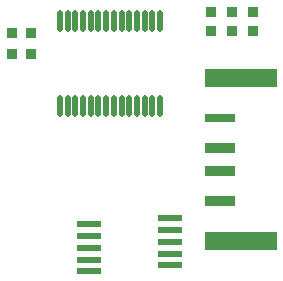
<source format=gtp>
%FSLAX25Y25*%
%MOIN*%
G70*
G01*
G75*
G04 Layer_Color=8421504*
%ADD10R,0.07874X0.01969*%
%ADD11R,0.03543X0.03740*%
%ADD12R,0.03740X0.03543*%
%ADD13R,0.10268X0.03143*%
%ADD14R,0.10268X0.03543*%
%ADD15R,0.24016X0.06000*%
%ADD16O,0.01772X0.07284*%
%ADD17C,0.01500*%
%ADD18C,0.05906*%
%ADD19R,0.05906X0.05906*%
%ADD20R,0.05906X0.05906*%
%ADD21R,0.04200X0.04200*%
%ADD22C,0.04200*%
%ADD23C,0.03200*%
%ADD24C,0.09843*%
%ADD25C,0.09449*%
%ADD26C,0.06299*%
%ADD27C,0.01000*%
%ADD28C,0.02362*%
%ADD29C,0.00984*%
%ADD30C,0.02000*%
%ADD31C,0.00787*%
%ADD32C,0.00394*%
%ADD33C,0.01378*%
D10*
X286614Y322642D02*
D03*
Y326579D02*
D03*
Y330516D02*
D03*
Y334453D02*
D03*
Y338390D02*
D03*
X313386Y324610D02*
D03*
Y328547D02*
D03*
Y332484D02*
D03*
Y336421D02*
D03*
Y340358D02*
D03*
D11*
X327000Y402898D02*
D03*
Y409000D02*
D03*
X341000Y402898D02*
D03*
Y409000D02*
D03*
X334000D02*
D03*
Y402898D02*
D03*
D12*
X267051Y402000D02*
D03*
X260949D02*
D03*
X267051Y395000D02*
D03*
X260949D02*
D03*
D13*
X330134Y373644D02*
D03*
D14*
Y363801D02*
D03*
Y346085D02*
D03*
Y355927D02*
D03*
D15*
X337008Y332750D02*
D03*
X337008Y386978D02*
D03*
D16*
X310134Y406173D02*
D03*
X307575D02*
D03*
X305016D02*
D03*
X302457D02*
D03*
X299898D02*
D03*
X297339D02*
D03*
X294780D02*
D03*
X292220D02*
D03*
X289661D02*
D03*
X287102D02*
D03*
X284543D02*
D03*
X281984D02*
D03*
X279425D02*
D03*
X276866D02*
D03*
X310134Y377827D02*
D03*
X307575D02*
D03*
X305016D02*
D03*
X302457D02*
D03*
X299898D02*
D03*
X297339D02*
D03*
X294780D02*
D03*
X292220D02*
D03*
X289661D02*
D03*
X287102D02*
D03*
X284543D02*
D03*
X281984D02*
D03*
X279425D02*
D03*
X276866D02*
D03*
M02*

</source>
